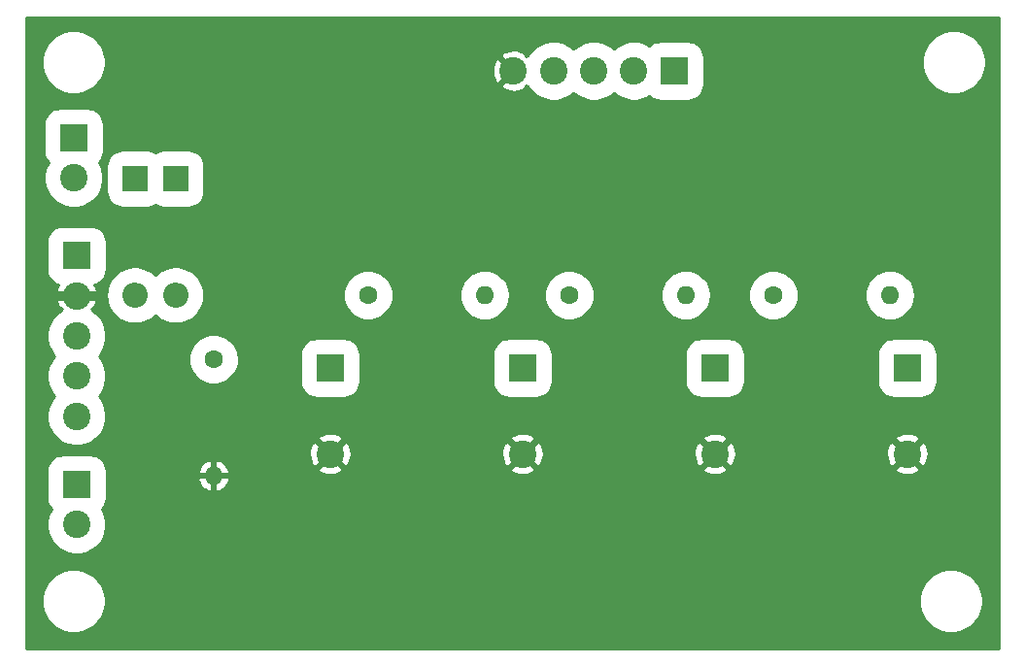
<source format=gbr>
G04 #@! TF.GenerationSoftware,KiCad,Pcbnew,(5.1.2)-1*
G04 #@! TF.CreationDate,2019-05-07T21:33:30-04:00*
G04 #@! TF.ProjectId,power_board,706f7765-725f-4626-9f61-72642e6b6963,rev?*
G04 #@! TF.SameCoordinates,Original*
G04 #@! TF.FileFunction,Copper,L2,Bot*
G04 #@! TF.FilePolarity,Positive*
%FSLAX46Y46*%
G04 Gerber Fmt 4.6, Leading zero omitted, Abs format (unit mm)*
G04 Created by KiCad (PCBNEW (5.1.2)-1) date 2019-05-07 21:33:30*
%MOMM*%
%LPD*%
G04 APERTURE LIST*
%ADD10O,1.600000X1.600000*%
%ADD11C,1.600000*%
%ADD12R,2.400000X2.400000*%
%ADD13C,2.400000*%
%ADD14O,2.200000X2.200000*%
%ADD15R,2.200000X2.200000*%
%ADD16C,0.812800*%
%ADD17C,0.254000*%
G04 APERTURE END LIST*
D10*
X112268000Y-103124000D03*
D11*
X112268000Y-92964000D03*
D10*
X171196000Y-87376000D03*
D11*
X161036000Y-87376000D03*
D10*
X153416000Y-87376000D03*
D11*
X143256000Y-87376000D03*
D10*
X135890000Y-87376000D03*
D11*
X125730000Y-87376000D03*
D12*
X100330000Y-103886000D03*
D13*
X100330000Y-107386000D03*
X138400000Y-67818000D03*
X141900000Y-67818000D03*
X145400000Y-67818000D03*
D12*
X152400000Y-67818000D03*
D13*
X148900000Y-67818000D03*
X100330000Y-97932000D03*
X100330000Y-94432000D03*
X100330000Y-90932000D03*
D12*
X100330000Y-83932000D03*
D13*
X100330000Y-87432000D03*
D12*
X100076000Y-73660000D03*
D13*
X100076000Y-77160000D03*
D14*
X108966000Y-87376000D03*
D15*
X108966000Y-77216000D03*
D14*
X105410000Y-87376000D03*
D15*
X105410000Y-77216000D03*
D13*
X172720000Y-101226000D03*
D12*
X172720000Y-93726000D03*
D13*
X155956000Y-101226000D03*
D12*
X155956000Y-93726000D03*
D13*
X139192000Y-101226000D03*
D12*
X139192000Y-93726000D03*
D13*
X122428000Y-101226000D03*
D12*
X122428000Y-93726000D03*
D16*
X100330000Y-87432000D02*
X97846000Y-87432000D01*
X100330000Y-87432000D02*
X102306000Y-87432000D01*
D17*
G36*
X180696001Y-105631572D02*
G01*
X180696000Y-105631582D01*
X180696001Y-118212000D01*
X95910000Y-118212000D01*
X95910000Y-113771701D01*
X97291000Y-113771701D01*
X97291000Y-114320299D01*
X97398026Y-114858354D01*
X97607965Y-115365192D01*
X97912750Y-115821334D01*
X98300666Y-116209250D01*
X98756808Y-116514035D01*
X99263646Y-116723974D01*
X99801701Y-116831000D01*
X100350299Y-116831000D01*
X100888354Y-116723974D01*
X101395192Y-116514035D01*
X101851334Y-116209250D01*
X102239250Y-115821334D01*
X102544035Y-115365192D01*
X102753974Y-114858354D01*
X102861000Y-114320299D01*
X102861000Y-113771701D01*
X173745000Y-113771701D01*
X173745000Y-114320299D01*
X173852026Y-114858354D01*
X174061965Y-115365192D01*
X174366750Y-115821334D01*
X174754666Y-116209250D01*
X175210808Y-116514035D01*
X175717646Y-116723974D01*
X176255701Y-116831000D01*
X176804299Y-116831000D01*
X177342354Y-116723974D01*
X177849192Y-116514035D01*
X178305334Y-116209250D01*
X178693250Y-115821334D01*
X178998035Y-115365192D01*
X179207974Y-114858354D01*
X179315000Y-114320299D01*
X179315000Y-113771701D01*
X179207974Y-113233646D01*
X178998035Y-112726808D01*
X178693250Y-112270666D01*
X178305334Y-111882750D01*
X177849192Y-111577965D01*
X177342354Y-111368026D01*
X176804299Y-111261000D01*
X176255701Y-111261000D01*
X175717646Y-111368026D01*
X175210808Y-111577965D01*
X174754666Y-111882750D01*
X174366750Y-112270666D01*
X174061965Y-112726808D01*
X173852026Y-113233646D01*
X173745000Y-113771701D01*
X102861000Y-113771701D01*
X102753974Y-113233646D01*
X102544035Y-112726808D01*
X102239250Y-112270666D01*
X101851334Y-111882750D01*
X101395192Y-111577965D01*
X100888354Y-111368026D01*
X100350299Y-111261000D01*
X99801701Y-111261000D01*
X99263646Y-111368026D01*
X98756808Y-111577965D01*
X98300666Y-111882750D01*
X97912750Y-112270666D01*
X97607965Y-112726808D01*
X97398026Y-113233646D01*
X97291000Y-113771701D01*
X95910000Y-113771701D01*
X95910000Y-102686000D01*
X97726241Y-102686000D01*
X97726241Y-105086000D01*
X97753214Y-105359860D01*
X97833096Y-105623195D01*
X97962817Y-105865887D01*
X98105859Y-106040185D01*
X98028568Y-106155859D01*
X97832801Y-106628483D01*
X97733000Y-107130218D01*
X97733000Y-107641782D01*
X97832801Y-108143517D01*
X98028568Y-108616141D01*
X98312778Y-109041491D01*
X98674509Y-109403222D01*
X99099859Y-109687432D01*
X99572483Y-109883199D01*
X100074218Y-109983000D01*
X100585782Y-109983000D01*
X101087517Y-109883199D01*
X101560141Y-109687432D01*
X101985491Y-109403222D01*
X102347222Y-109041491D01*
X102631432Y-108616141D01*
X102827199Y-108143517D01*
X102927000Y-107641782D01*
X102927000Y-107130218D01*
X102827199Y-106628483D01*
X102631432Y-106155859D01*
X102554141Y-106040185D01*
X102697183Y-105865887D01*
X102826904Y-105623195D01*
X102906786Y-105359860D01*
X102933759Y-105086000D01*
X102933759Y-103473040D01*
X110876091Y-103473040D01*
X110970930Y-103737881D01*
X111115615Y-103979131D01*
X111304586Y-104187519D01*
X111530580Y-104355037D01*
X111784913Y-104475246D01*
X111918961Y-104515904D01*
X112141000Y-104393915D01*
X112141000Y-103251000D01*
X112395000Y-103251000D01*
X112395000Y-104393915D01*
X112617039Y-104515904D01*
X112751087Y-104475246D01*
X113005420Y-104355037D01*
X113231414Y-104187519D01*
X113420385Y-103979131D01*
X113565070Y-103737881D01*
X113659909Y-103473040D01*
X113538624Y-103251000D01*
X112395000Y-103251000D01*
X112141000Y-103251000D01*
X110997376Y-103251000D01*
X110876091Y-103473040D01*
X102933759Y-103473040D01*
X102933759Y-102774960D01*
X110876091Y-102774960D01*
X110997376Y-102997000D01*
X112141000Y-102997000D01*
X112141000Y-101854085D01*
X112395000Y-101854085D01*
X112395000Y-102997000D01*
X113538624Y-102997000D01*
X113659909Y-102774960D01*
X113565070Y-102510119D01*
X113561389Y-102503980D01*
X121329626Y-102503980D01*
X121449514Y-102788836D01*
X121773210Y-102949699D01*
X122122069Y-103044322D01*
X122482684Y-103069067D01*
X122841198Y-103022985D01*
X123183833Y-102907846D01*
X123406486Y-102788836D01*
X123526374Y-102503980D01*
X138093626Y-102503980D01*
X138213514Y-102788836D01*
X138537210Y-102949699D01*
X138886069Y-103044322D01*
X139246684Y-103069067D01*
X139605198Y-103022985D01*
X139947833Y-102907846D01*
X140170486Y-102788836D01*
X140290374Y-102503980D01*
X154857626Y-102503980D01*
X154977514Y-102788836D01*
X155301210Y-102949699D01*
X155650069Y-103044322D01*
X156010684Y-103069067D01*
X156369198Y-103022985D01*
X156711833Y-102907846D01*
X156934486Y-102788836D01*
X157054374Y-102503980D01*
X171621626Y-102503980D01*
X171741514Y-102788836D01*
X172065210Y-102949699D01*
X172414069Y-103044322D01*
X172774684Y-103069067D01*
X173133198Y-103022985D01*
X173475833Y-102907846D01*
X173698486Y-102788836D01*
X173818374Y-102503980D01*
X172720000Y-101405605D01*
X171621626Y-102503980D01*
X157054374Y-102503980D01*
X155956000Y-101405605D01*
X154857626Y-102503980D01*
X140290374Y-102503980D01*
X139192000Y-101405605D01*
X138093626Y-102503980D01*
X123526374Y-102503980D01*
X122428000Y-101405605D01*
X121329626Y-102503980D01*
X113561389Y-102503980D01*
X113420385Y-102268869D01*
X113231414Y-102060481D01*
X113005420Y-101892963D01*
X112751087Y-101772754D01*
X112617039Y-101732096D01*
X112395000Y-101854085D01*
X112141000Y-101854085D01*
X111918961Y-101732096D01*
X111784913Y-101772754D01*
X111530580Y-101892963D01*
X111304586Y-102060481D01*
X111115615Y-102268869D01*
X110970930Y-102510119D01*
X110876091Y-102774960D01*
X102933759Y-102774960D01*
X102933759Y-102686000D01*
X102906786Y-102412140D01*
X102826904Y-102148805D01*
X102697183Y-101906113D01*
X102522608Y-101693392D01*
X102309887Y-101518817D01*
X102067195Y-101389096D01*
X101803860Y-101309214D01*
X101530000Y-101282241D01*
X99130000Y-101282241D01*
X98856140Y-101309214D01*
X98592805Y-101389096D01*
X98350113Y-101518817D01*
X98137392Y-101693392D01*
X97962817Y-101906113D01*
X97833096Y-102148805D01*
X97753214Y-102412140D01*
X97726241Y-102686000D01*
X95910000Y-102686000D01*
X95910000Y-101280684D01*
X120584933Y-101280684D01*
X120631015Y-101639198D01*
X120746154Y-101981833D01*
X120865164Y-102204486D01*
X121150020Y-102324374D01*
X122248395Y-101226000D01*
X122607605Y-101226000D01*
X123705980Y-102324374D01*
X123990836Y-102204486D01*
X124151699Y-101880790D01*
X124246322Y-101531931D01*
X124263562Y-101280684D01*
X137348933Y-101280684D01*
X137395015Y-101639198D01*
X137510154Y-101981833D01*
X137629164Y-102204486D01*
X137914020Y-102324374D01*
X139012395Y-101226000D01*
X139371605Y-101226000D01*
X140469980Y-102324374D01*
X140754836Y-102204486D01*
X140915699Y-101880790D01*
X141010322Y-101531931D01*
X141027562Y-101280684D01*
X154112933Y-101280684D01*
X154159015Y-101639198D01*
X154274154Y-101981833D01*
X154393164Y-102204486D01*
X154678020Y-102324374D01*
X155776395Y-101226000D01*
X156135605Y-101226000D01*
X157233980Y-102324374D01*
X157518836Y-102204486D01*
X157679699Y-101880790D01*
X157774322Y-101531931D01*
X157791562Y-101280684D01*
X170876933Y-101280684D01*
X170923015Y-101639198D01*
X171038154Y-101981833D01*
X171157164Y-102204486D01*
X171442020Y-102324374D01*
X172540395Y-101226000D01*
X172899605Y-101226000D01*
X173997980Y-102324374D01*
X174282836Y-102204486D01*
X174443699Y-101880790D01*
X174538322Y-101531931D01*
X174563067Y-101171316D01*
X174516985Y-100812802D01*
X174401846Y-100470167D01*
X174282836Y-100247514D01*
X173997980Y-100127626D01*
X172899605Y-101226000D01*
X172540395Y-101226000D01*
X171442020Y-100127626D01*
X171157164Y-100247514D01*
X170996301Y-100571210D01*
X170901678Y-100920069D01*
X170876933Y-101280684D01*
X157791562Y-101280684D01*
X157799067Y-101171316D01*
X157752985Y-100812802D01*
X157637846Y-100470167D01*
X157518836Y-100247514D01*
X157233980Y-100127626D01*
X156135605Y-101226000D01*
X155776395Y-101226000D01*
X154678020Y-100127626D01*
X154393164Y-100247514D01*
X154232301Y-100571210D01*
X154137678Y-100920069D01*
X154112933Y-101280684D01*
X141027562Y-101280684D01*
X141035067Y-101171316D01*
X140988985Y-100812802D01*
X140873846Y-100470167D01*
X140754836Y-100247514D01*
X140469980Y-100127626D01*
X139371605Y-101226000D01*
X139012395Y-101226000D01*
X137914020Y-100127626D01*
X137629164Y-100247514D01*
X137468301Y-100571210D01*
X137373678Y-100920069D01*
X137348933Y-101280684D01*
X124263562Y-101280684D01*
X124271067Y-101171316D01*
X124224985Y-100812802D01*
X124109846Y-100470167D01*
X123990836Y-100247514D01*
X123705980Y-100127626D01*
X122607605Y-101226000D01*
X122248395Y-101226000D01*
X121150020Y-100127626D01*
X120865164Y-100247514D01*
X120704301Y-100571210D01*
X120609678Y-100920069D01*
X120584933Y-101280684D01*
X95910000Y-101280684D01*
X95910000Y-82732000D01*
X97726241Y-82732000D01*
X97726241Y-85132000D01*
X97753214Y-85405860D01*
X97833096Y-85669195D01*
X97962817Y-85911887D01*
X98137392Y-86124608D01*
X98350113Y-86299183D01*
X98592805Y-86428904D01*
X98754951Y-86478090D01*
X98606301Y-86777210D01*
X98511678Y-87126069D01*
X98486933Y-87486684D01*
X98533015Y-87845198D01*
X98648154Y-88187833D01*
X98767164Y-88410486D01*
X99052019Y-88530373D01*
X98936812Y-88645580D01*
X98993120Y-88701888D01*
X98674509Y-88914778D01*
X98312778Y-89276509D01*
X98028568Y-89701859D01*
X97832801Y-90174483D01*
X97733000Y-90676218D01*
X97733000Y-91187782D01*
X97832801Y-91689517D01*
X98028568Y-92162141D01*
X98312778Y-92587491D01*
X98407287Y-92682000D01*
X98312778Y-92776509D01*
X98028568Y-93201859D01*
X97832801Y-93674483D01*
X97733000Y-94176218D01*
X97733000Y-94687782D01*
X97832801Y-95189517D01*
X98028568Y-95662141D01*
X98312778Y-96087491D01*
X98407287Y-96182000D01*
X98312778Y-96276509D01*
X98028568Y-96701859D01*
X97832801Y-97174483D01*
X97733000Y-97676218D01*
X97733000Y-98187782D01*
X97832801Y-98689517D01*
X98028568Y-99162141D01*
X98312778Y-99587491D01*
X98674509Y-99949222D01*
X99099859Y-100233432D01*
X99572483Y-100429199D01*
X100074218Y-100529000D01*
X100585782Y-100529000D01*
X101087517Y-100429199D01*
X101560141Y-100233432D01*
X101985491Y-99949222D01*
X101986693Y-99948020D01*
X121329626Y-99948020D01*
X122428000Y-101046395D01*
X123526374Y-99948020D01*
X138093626Y-99948020D01*
X139192000Y-101046395D01*
X140290374Y-99948020D01*
X154857626Y-99948020D01*
X155956000Y-101046395D01*
X157054374Y-99948020D01*
X171621626Y-99948020D01*
X172720000Y-101046395D01*
X173818374Y-99948020D01*
X173698486Y-99663164D01*
X173374790Y-99502301D01*
X173025931Y-99407678D01*
X172665316Y-99382933D01*
X172306802Y-99429015D01*
X171964167Y-99544154D01*
X171741514Y-99663164D01*
X171621626Y-99948020D01*
X157054374Y-99948020D01*
X156934486Y-99663164D01*
X156610790Y-99502301D01*
X156261931Y-99407678D01*
X155901316Y-99382933D01*
X155542802Y-99429015D01*
X155200167Y-99544154D01*
X154977514Y-99663164D01*
X154857626Y-99948020D01*
X140290374Y-99948020D01*
X140170486Y-99663164D01*
X139846790Y-99502301D01*
X139497931Y-99407678D01*
X139137316Y-99382933D01*
X138778802Y-99429015D01*
X138436167Y-99544154D01*
X138213514Y-99663164D01*
X138093626Y-99948020D01*
X123526374Y-99948020D01*
X123406486Y-99663164D01*
X123082790Y-99502301D01*
X122733931Y-99407678D01*
X122373316Y-99382933D01*
X122014802Y-99429015D01*
X121672167Y-99544154D01*
X121449514Y-99663164D01*
X121329626Y-99948020D01*
X101986693Y-99948020D01*
X102347222Y-99587491D01*
X102631432Y-99162141D01*
X102827199Y-98689517D01*
X102927000Y-98187782D01*
X102927000Y-97676218D01*
X102827199Y-97174483D01*
X102631432Y-96701859D01*
X102347222Y-96276509D01*
X102252713Y-96182000D01*
X102347222Y-96087491D01*
X102631432Y-95662141D01*
X102827199Y-95189517D01*
X102927000Y-94687782D01*
X102927000Y-94176218D01*
X102827199Y-93674483D01*
X102631432Y-93201859D01*
X102347222Y-92776509D01*
X102318327Y-92747614D01*
X110071000Y-92747614D01*
X110071000Y-93180386D01*
X110155430Y-93604841D01*
X110321044Y-94004670D01*
X110561479Y-94364506D01*
X110867494Y-94670521D01*
X111227330Y-94910956D01*
X111627159Y-95076570D01*
X112051614Y-95161000D01*
X112484386Y-95161000D01*
X112908841Y-95076570D01*
X113308670Y-94910956D01*
X113668506Y-94670521D01*
X113974521Y-94364506D01*
X114214956Y-94004670D01*
X114380570Y-93604841D01*
X114465000Y-93180386D01*
X114465000Y-92747614D01*
X114420918Y-92526000D01*
X119824241Y-92526000D01*
X119824241Y-94926000D01*
X119851214Y-95199860D01*
X119931096Y-95463195D01*
X120060817Y-95705887D01*
X120235392Y-95918608D01*
X120448113Y-96093183D01*
X120690805Y-96222904D01*
X120954140Y-96302786D01*
X121228000Y-96329759D01*
X123628000Y-96329759D01*
X123901860Y-96302786D01*
X124165195Y-96222904D01*
X124407887Y-96093183D01*
X124620608Y-95918608D01*
X124795183Y-95705887D01*
X124924904Y-95463195D01*
X125004786Y-95199860D01*
X125031759Y-94926000D01*
X125031759Y-92526000D01*
X136588241Y-92526000D01*
X136588241Y-94926000D01*
X136615214Y-95199860D01*
X136695096Y-95463195D01*
X136824817Y-95705887D01*
X136999392Y-95918608D01*
X137212113Y-96093183D01*
X137454805Y-96222904D01*
X137718140Y-96302786D01*
X137992000Y-96329759D01*
X140392000Y-96329759D01*
X140665860Y-96302786D01*
X140929195Y-96222904D01*
X141171887Y-96093183D01*
X141384608Y-95918608D01*
X141559183Y-95705887D01*
X141688904Y-95463195D01*
X141768786Y-95199860D01*
X141795759Y-94926000D01*
X141795759Y-92526000D01*
X153352241Y-92526000D01*
X153352241Y-94926000D01*
X153379214Y-95199860D01*
X153459096Y-95463195D01*
X153588817Y-95705887D01*
X153763392Y-95918608D01*
X153976113Y-96093183D01*
X154218805Y-96222904D01*
X154482140Y-96302786D01*
X154756000Y-96329759D01*
X157156000Y-96329759D01*
X157429860Y-96302786D01*
X157693195Y-96222904D01*
X157935887Y-96093183D01*
X158148608Y-95918608D01*
X158323183Y-95705887D01*
X158452904Y-95463195D01*
X158532786Y-95199860D01*
X158559759Y-94926000D01*
X158559759Y-92526000D01*
X170116241Y-92526000D01*
X170116241Y-94926000D01*
X170143214Y-95199860D01*
X170223096Y-95463195D01*
X170352817Y-95705887D01*
X170527392Y-95918608D01*
X170740113Y-96093183D01*
X170982805Y-96222904D01*
X171246140Y-96302786D01*
X171520000Y-96329759D01*
X173920000Y-96329759D01*
X174193860Y-96302786D01*
X174457195Y-96222904D01*
X174699887Y-96093183D01*
X174912608Y-95918608D01*
X175087183Y-95705887D01*
X175216904Y-95463195D01*
X175296786Y-95199860D01*
X175323759Y-94926000D01*
X175323759Y-92526000D01*
X175296786Y-92252140D01*
X175216904Y-91988805D01*
X175087183Y-91746113D01*
X174912608Y-91533392D01*
X174699887Y-91358817D01*
X174457195Y-91229096D01*
X174193860Y-91149214D01*
X173920000Y-91122241D01*
X171520000Y-91122241D01*
X171246140Y-91149214D01*
X170982805Y-91229096D01*
X170740113Y-91358817D01*
X170527392Y-91533392D01*
X170352817Y-91746113D01*
X170223096Y-91988805D01*
X170143214Y-92252140D01*
X170116241Y-92526000D01*
X158559759Y-92526000D01*
X158532786Y-92252140D01*
X158452904Y-91988805D01*
X158323183Y-91746113D01*
X158148608Y-91533392D01*
X157935887Y-91358817D01*
X157693195Y-91229096D01*
X157429860Y-91149214D01*
X157156000Y-91122241D01*
X154756000Y-91122241D01*
X154482140Y-91149214D01*
X154218805Y-91229096D01*
X153976113Y-91358817D01*
X153763392Y-91533392D01*
X153588817Y-91746113D01*
X153459096Y-91988805D01*
X153379214Y-92252140D01*
X153352241Y-92526000D01*
X141795759Y-92526000D01*
X141768786Y-92252140D01*
X141688904Y-91988805D01*
X141559183Y-91746113D01*
X141384608Y-91533392D01*
X141171887Y-91358817D01*
X140929195Y-91229096D01*
X140665860Y-91149214D01*
X140392000Y-91122241D01*
X137992000Y-91122241D01*
X137718140Y-91149214D01*
X137454805Y-91229096D01*
X137212113Y-91358817D01*
X136999392Y-91533392D01*
X136824817Y-91746113D01*
X136695096Y-91988805D01*
X136615214Y-92252140D01*
X136588241Y-92526000D01*
X125031759Y-92526000D01*
X125004786Y-92252140D01*
X124924904Y-91988805D01*
X124795183Y-91746113D01*
X124620608Y-91533392D01*
X124407887Y-91358817D01*
X124165195Y-91229096D01*
X123901860Y-91149214D01*
X123628000Y-91122241D01*
X121228000Y-91122241D01*
X120954140Y-91149214D01*
X120690805Y-91229096D01*
X120448113Y-91358817D01*
X120235392Y-91533392D01*
X120060817Y-91746113D01*
X119931096Y-91988805D01*
X119851214Y-92252140D01*
X119824241Y-92526000D01*
X114420918Y-92526000D01*
X114380570Y-92323159D01*
X114214956Y-91923330D01*
X113974521Y-91563494D01*
X113668506Y-91257479D01*
X113308670Y-91017044D01*
X112908841Y-90851430D01*
X112484386Y-90767000D01*
X112051614Y-90767000D01*
X111627159Y-90851430D01*
X111227330Y-91017044D01*
X110867494Y-91257479D01*
X110561479Y-91563494D01*
X110321044Y-91923330D01*
X110155430Y-92323159D01*
X110071000Y-92747614D01*
X102318327Y-92747614D01*
X102252713Y-92682000D01*
X102347222Y-92587491D01*
X102631432Y-92162141D01*
X102827199Y-91689517D01*
X102927000Y-91187782D01*
X102927000Y-90676218D01*
X102827199Y-90174483D01*
X102631432Y-89701859D01*
X102347222Y-89276509D01*
X101985491Y-88914778D01*
X101666880Y-88701888D01*
X101723188Y-88645580D01*
X101607981Y-88530373D01*
X101892836Y-88410486D01*
X102053699Y-88086790D01*
X102148322Y-87737931D01*
X102173067Y-87377316D01*
X102172898Y-87376000D01*
X102900919Y-87376000D01*
X102949130Y-87865497D01*
X103091911Y-88336184D01*
X103323775Y-88769971D01*
X103635812Y-89150188D01*
X104016029Y-89462225D01*
X104449816Y-89694089D01*
X104920503Y-89836870D01*
X105287339Y-89873000D01*
X105532661Y-89873000D01*
X105899497Y-89836870D01*
X106370184Y-89694089D01*
X106803971Y-89462225D01*
X107184188Y-89150188D01*
X107188000Y-89145543D01*
X107191812Y-89150188D01*
X107572029Y-89462225D01*
X108005816Y-89694089D01*
X108476503Y-89836870D01*
X108843339Y-89873000D01*
X109088661Y-89873000D01*
X109455497Y-89836870D01*
X109926184Y-89694089D01*
X110359971Y-89462225D01*
X110740188Y-89150188D01*
X111052225Y-88769971D01*
X111284089Y-88336184D01*
X111426870Y-87865497D01*
X111475081Y-87376000D01*
X111453769Y-87159614D01*
X123533000Y-87159614D01*
X123533000Y-87592386D01*
X123617430Y-88016841D01*
X123783044Y-88416670D01*
X124023479Y-88776506D01*
X124329494Y-89082521D01*
X124689330Y-89322956D01*
X125089159Y-89488570D01*
X125513614Y-89573000D01*
X125946386Y-89573000D01*
X126370841Y-89488570D01*
X126770670Y-89322956D01*
X127130506Y-89082521D01*
X127436521Y-88776506D01*
X127676956Y-88416670D01*
X127842570Y-88016841D01*
X127927000Y-87592386D01*
X127927000Y-87376000D01*
X133682370Y-87376000D01*
X133724789Y-87806687D01*
X133850416Y-88220823D01*
X134054423Y-88602494D01*
X134328970Y-88937030D01*
X134663506Y-89211577D01*
X135045177Y-89415584D01*
X135459313Y-89541211D01*
X135782072Y-89573000D01*
X135997928Y-89573000D01*
X136320687Y-89541211D01*
X136734823Y-89415584D01*
X137116494Y-89211577D01*
X137451030Y-88937030D01*
X137725577Y-88602494D01*
X137929584Y-88220823D01*
X138055211Y-87806687D01*
X138097630Y-87376000D01*
X138076318Y-87159614D01*
X141059000Y-87159614D01*
X141059000Y-87592386D01*
X141143430Y-88016841D01*
X141309044Y-88416670D01*
X141549479Y-88776506D01*
X141855494Y-89082521D01*
X142215330Y-89322956D01*
X142615159Y-89488570D01*
X143039614Y-89573000D01*
X143472386Y-89573000D01*
X143896841Y-89488570D01*
X144296670Y-89322956D01*
X144656506Y-89082521D01*
X144962521Y-88776506D01*
X145202956Y-88416670D01*
X145368570Y-88016841D01*
X145453000Y-87592386D01*
X145453000Y-87376000D01*
X151208370Y-87376000D01*
X151250789Y-87806687D01*
X151376416Y-88220823D01*
X151580423Y-88602494D01*
X151854970Y-88937030D01*
X152189506Y-89211577D01*
X152571177Y-89415584D01*
X152985313Y-89541211D01*
X153308072Y-89573000D01*
X153523928Y-89573000D01*
X153846687Y-89541211D01*
X154260823Y-89415584D01*
X154642494Y-89211577D01*
X154977030Y-88937030D01*
X155251577Y-88602494D01*
X155455584Y-88220823D01*
X155581211Y-87806687D01*
X155623630Y-87376000D01*
X155602318Y-87159614D01*
X158839000Y-87159614D01*
X158839000Y-87592386D01*
X158923430Y-88016841D01*
X159089044Y-88416670D01*
X159329479Y-88776506D01*
X159635494Y-89082521D01*
X159995330Y-89322956D01*
X160395159Y-89488570D01*
X160819614Y-89573000D01*
X161252386Y-89573000D01*
X161676841Y-89488570D01*
X162076670Y-89322956D01*
X162436506Y-89082521D01*
X162742521Y-88776506D01*
X162982956Y-88416670D01*
X163148570Y-88016841D01*
X163233000Y-87592386D01*
X163233000Y-87376000D01*
X168988370Y-87376000D01*
X169030789Y-87806687D01*
X169156416Y-88220823D01*
X169360423Y-88602494D01*
X169634970Y-88937030D01*
X169969506Y-89211577D01*
X170351177Y-89415584D01*
X170765313Y-89541211D01*
X171088072Y-89573000D01*
X171303928Y-89573000D01*
X171626687Y-89541211D01*
X172040823Y-89415584D01*
X172422494Y-89211577D01*
X172757030Y-88937030D01*
X173031577Y-88602494D01*
X173235584Y-88220823D01*
X173361211Y-87806687D01*
X173403630Y-87376000D01*
X173361211Y-86945313D01*
X173235584Y-86531177D01*
X173031577Y-86149506D01*
X172757030Y-85814970D01*
X172422494Y-85540423D01*
X172040823Y-85336416D01*
X171626687Y-85210789D01*
X171303928Y-85179000D01*
X171088072Y-85179000D01*
X170765313Y-85210789D01*
X170351177Y-85336416D01*
X169969506Y-85540423D01*
X169634970Y-85814970D01*
X169360423Y-86149506D01*
X169156416Y-86531177D01*
X169030789Y-86945313D01*
X168988370Y-87376000D01*
X163233000Y-87376000D01*
X163233000Y-87159614D01*
X163148570Y-86735159D01*
X162982956Y-86335330D01*
X162742521Y-85975494D01*
X162436506Y-85669479D01*
X162076670Y-85429044D01*
X161676841Y-85263430D01*
X161252386Y-85179000D01*
X160819614Y-85179000D01*
X160395159Y-85263430D01*
X159995330Y-85429044D01*
X159635494Y-85669479D01*
X159329479Y-85975494D01*
X159089044Y-86335330D01*
X158923430Y-86735159D01*
X158839000Y-87159614D01*
X155602318Y-87159614D01*
X155581211Y-86945313D01*
X155455584Y-86531177D01*
X155251577Y-86149506D01*
X154977030Y-85814970D01*
X154642494Y-85540423D01*
X154260823Y-85336416D01*
X153846687Y-85210789D01*
X153523928Y-85179000D01*
X153308072Y-85179000D01*
X152985313Y-85210789D01*
X152571177Y-85336416D01*
X152189506Y-85540423D01*
X151854970Y-85814970D01*
X151580423Y-86149506D01*
X151376416Y-86531177D01*
X151250789Y-86945313D01*
X151208370Y-87376000D01*
X145453000Y-87376000D01*
X145453000Y-87159614D01*
X145368570Y-86735159D01*
X145202956Y-86335330D01*
X144962521Y-85975494D01*
X144656506Y-85669479D01*
X144296670Y-85429044D01*
X143896841Y-85263430D01*
X143472386Y-85179000D01*
X143039614Y-85179000D01*
X142615159Y-85263430D01*
X142215330Y-85429044D01*
X141855494Y-85669479D01*
X141549479Y-85975494D01*
X141309044Y-86335330D01*
X141143430Y-86735159D01*
X141059000Y-87159614D01*
X138076318Y-87159614D01*
X138055211Y-86945313D01*
X137929584Y-86531177D01*
X137725577Y-86149506D01*
X137451030Y-85814970D01*
X137116494Y-85540423D01*
X136734823Y-85336416D01*
X136320687Y-85210789D01*
X135997928Y-85179000D01*
X135782072Y-85179000D01*
X135459313Y-85210789D01*
X135045177Y-85336416D01*
X134663506Y-85540423D01*
X134328970Y-85814970D01*
X134054423Y-86149506D01*
X133850416Y-86531177D01*
X133724789Y-86945313D01*
X133682370Y-87376000D01*
X127927000Y-87376000D01*
X127927000Y-87159614D01*
X127842570Y-86735159D01*
X127676956Y-86335330D01*
X127436521Y-85975494D01*
X127130506Y-85669479D01*
X126770670Y-85429044D01*
X126370841Y-85263430D01*
X125946386Y-85179000D01*
X125513614Y-85179000D01*
X125089159Y-85263430D01*
X124689330Y-85429044D01*
X124329494Y-85669479D01*
X124023479Y-85975494D01*
X123783044Y-86335330D01*
X123617430Y-86735159D01*
X123533000Y-87159614D01*
X111453769Y-87159614D01*
X111426870Y-86886503D01*
X111284089Y-86415816D01*
X111052225Y-85982029D01*
X110740188Y-85601812D01*
X110359971Y-85289775D01*
X109926184Y-85057911D01*
X109455497Y-84915130D01*
X109088661Y-84879000D01*
X108843339Y-84879000D01*
X108476503Y-84915130D01*
X108005816Y-85057911D01*
X107572029Y-85289775D01*
X107191812Y-85601812D01*
X107188000Y-85606457D01*
X107184188Y-85601812D01*
X106803971Y-85289775D01*
X106370184Y-85057911D01*
X105899497Y-84915130D01*
X105532661Y-84879000D01*
X105287339Y-84879000D01*
X104920503Y-84915130D01*
X104449816Y-85057911D01*
X104016029Y-85289775D01*
X103635812Y-85601812D01*
X103323775Y-85982029D01*
X103091911Y-86415816D01*
X102949130Y-86886503D01*
X102900919Y-87376000D01*
X102172898Y-87376000D01*
X102126985Y-87018802D01*
X102011846Y-86676167D01*
X101905844Y-86477850D01*
X102067195Y-86428904D01*
X102309887Y-86299183D01*
X102522608Y-86124608D01*
X102697183Y-85911887D01*
X102826904Y-85669195D01*
X102906786Y-85405860D01*
X102933759Y-85132000D01*
X102933759Y-82732000D01*
X102906786Y-82458140D01*
X102826904Y-82194805D01*
X102697183Y-81952113D01*
X102522608Y-81739392D01*
X102309887Y-81564817D01*
X102067195Y-81435096D01*
X101803860Y-81355214D01*
X101530000Y-81328241D01*
X99130000Y-81328241D01*
X98856140Y-81355214D01*
X98592805Y-81435096D01*
X98350113Y-81564817D01*
X98137392Y-81739392D01*
X97962817Y-81952113D01*
X97833096Y-82194805D01*
X97753214Y-82458140D01*
X97726241Y-82732000D01*
X95910000Y-82732000D01*
X95910000Y-72460000D01*
X97472241Y-72460000D01*
X97472241Y-74860000D01*
X97499214Y-75133860D01*
X97579096Y-75397195D01*
X97708817Y-75639887D01*
X97851859Y-75814185D01*
X97774568Y-75929859D01*
X97578801Y-76402483D01*
X97479000Y-76904218D01*
X97479000Y-77415782D01*
X97578801Y-77917517D01*
X97774568Y-78390141D01*
X98058778Y-78815491D01*
X98420509Y-79177222D01*
X98845859Y-79461432D01*
X99318483Y-79657199D01*
X99820218Y-79757000D01*
X100331782Y-79757000D01*
X100833517Y-79657199D01*
X101306141Y-79461432D01*
X101731491Y-79177222D01*
X102093222Y-78815491D01*
X102377432Y-78390141D01*
X102573199Y-77917517D01*
X102673000Y-77415782D01*
X102673000Y-76904218D01*
X102573199Y-76402483D01*
X102454535Y-76116000D01*
X102906241Y-76116000D01*
X102906241Y-78316000D01*
X102933214Y-78589860D01*
X103013096Y-78853195D01*
X103142817Y-79095887D01*
X103317392Y-79308608D01*
X103530113Y-79483183D01*
X103772805Y-79612904D01*
X104036140Y-79692786D01*
X104310000Y-79719759D01*
X106510000Y-79719759D01*
X106783860Y-79692786D01*
X107047195Y-79612904D01*
X107188000Y-79537642D01*
X107328805Y-79612904D01*
X107592140Y-79692786D01*
X107866000Y-79719759D01*
X110066000Y-79719759D01*
X110339860Y-79692786D01*
X110603195Y-79612904D01*
X110845887Y-79483183D01*
X111058608Y-79308608D01*
X111233183Y-79095887D01*
X111362904Y-78853195D01*
X111442786Y-78589860D01*
X111469759Y-78316000D01*
X111469759Y-76116000D01*
X111442786Y-75842140D01*
X111362904Y-75578805D01*
X111233183Y-75336113D01*
X111058608Y-75123392D01*
X110845887Y-74948817D01*
X110603195Y-74819096D01*
X110339860Y-74739214D01*
X110066000Y-74712241D01*
X107866000Y-74712241D01*
X107592140Y-74739214D01*
X107328805Y-74819096D01*
X107188000Y-74894358D01*
X107047195Y-74819096D01*
X106783860Y-74739214D01*
X106510000Y-74712241D01*
X104310000Y-74712241D01*
X104036140Y-74739214D01*
X103772805Y-74819096D01*
X103530113Y-74948817D01*
X103317392Y-75123392D01*
X103142817Y-75336113D01*
X103013096Y-75578805D01*
X102933214Y-75842140D01*
X102906241Y-76116000D01*
X102454535Y-76116000D01*
X102377432Y-75929859D01*
X102300141Y-75814185D01*
X102443183Y-75639887D01*
X102572904Y-75397195D01*
X102652786Y-75133860D01*
X102679759Y-74860000D01*
X102679759Y-72460000D01*
X102652786Y-72186140D01*
X102572904Y-71922805D01*
X102443183Y-71680113D01*
X102268608Y-71467392D01*
X102055887Y-71292817D01*
X101813195Y-71163096D01*
X101549860Y-71083214D01*
X101276000Y-71056241D01*
X98876000Y-71056241D01*
X98602140Y-71083214D01*
X98338805Y-71163096D01*
X98096113Y-71292817D01*
X97883392Y-71467392D01*
X97708817Y-71680113D01*
X97579096Y-71922805D01*
X97499214Y-72186140D01*
X97472241Y-72460000D01*
X95910000Y-72460000D01*
X95910000Y-66781701D01*
X97291000Y-66781701D01*
X97291000Y-67330299D01*
X97398026Y-67868354D01*
X97607965Y-68375192D01*
X97912750Y-68831334D01*
X98300666Y-69219250D01*
X98756808Y-69524035D01*
X99263646Y-69733974D01*
X99801701Y-69841000D01*
X100350299Y-69841000D01*
X100888354Y-69733974D01*
X101395192Y-69524035D01*
X101851334Y-69219250D01*
X102239250Y-68831334D01*
X102544035Y-68375192D01*
X102752180Y-67872684D01*
X136556933Y-67872684D01*
X136603015Y-68231198D01*
X136718154Y-68573833D01*
X136837164Y-68796486D01*
X137122020Y-68916374D01*
X138220395Y-67818000D01*
X137122020Y-66719626D01*
X136837164Y-66839514D01*
X136676301Y-67163210D01*
X136581678Y-67512069D01*
X136556933Y-67872684D01*
X102752180Y-67872684D01*
X102753974Y-67868354D01*
X102861000Y-67330299D01*
X102861000Y-66781701D01*
X102812927Y-66540020D01*
X137301626Y-66540020D01*
X138400000Y-67638395D01*
X138414142Y-67624252D01*
X138593748Y-67803858D01*
X138579605Y-67818000D01*
X138593748Y-67832143D01*
X138414142Y-68011748D01*
X138400000Y-67997605D01*
X137301626Y-69095980D01*
X137421514Y-69380836D01*
X137745210Y-69541699D01*
X138094069Y-69636322D01*
X138454684Y-69661067D01*
X138813198Y-69614985D01*
X139155833Y-69499846D01*
X139378486Y-69380836D01*
X139498373Y-69095981D01*
X139613580Y-69211188D01*
X139669888Y-69154880D01*
X139882778Y-69473491D01*
X140244509Y-69835222D01*
X140669859Y-70119432D01*
X141142483Y-70315199D01*
X141644218Y-70415000D01*
X142155782Y-70415000D01*
X142657517Y-70315199D01*
X143130141Y-70119432D01*
X143555491Y-69835222D01*
X143650000Y-69740713D01*
X143744509Y-69835222D01*
X144169859Y-70119432D01*
X144642483Y-70315199D01*
X145144218Y-70415000D01*
X145655782Y-70415000D01*
X146157517Y-70315199D01*
X146630141Y-70119432D01*
X147055491Y-69835222D01*
X147150000Y-69740713D01*
X147244509Y-69835222D01*
X147669859Y-70119432D01*
X148142483Y-70315199D01*
X148644218Y-70415000D01*
X149155782Y-70415000D01*
X149657517Y-70315199D01*
X150130141Y-70119432D01*
X150245815Y-70042141D01*
X150420113Y-70185183D01*
X150662805Y-70314904D01*
X150926140Y-70394786D01*
X151200000Y-70421759D01*
X153600000Y-70421759D01*
X153873860Y-70394786D01*
X154137195Y-70314904D01*
X154379887Y-70185183D01*
X154592608Y-70010608D01*
X154767183Y-69797887D01*
X154896904Y-69555195D01*
X154976786Y-69291860D01*
X155003759Y-69018000D01*
X155003759Y-66781701D01*
X173999000Y-66781701D01*
X173999000Y-67330299D01*
X174106026Y-67868354D01*
X174315965Y-68375192D01*
X174620750Y-68831334D01*
X175008666Y-69219250D01*
X175464808Y-69524035D01*
X175971646Y-69733974D01*
X176509701Y-69841000D01*
X177058299Y-69841000D01*
X177596354Y-69733974D01*
X178103192Y-69524035D01*
X178559334Y-69219250D01*
X178947250Y-68831334D01*
X179252035Y-68375192D01*
X179461974Y-67868354D01*
X179569000Y-67330299D01*
X179569000Y-66781701D01*
X179461974Y-66243646D01*
X179252035Y-65736808D01*
X178947250Y-65280666D01*
X178559334Y-64892750D01*
X178103192Y-64587965D01*
X177596354Y-64378026D01*
X177058299Y-64271000D01*
X176509701Y-64271000D01*
X175971646Y-64378026D01*
X175464808Y-64587965D01*
X175008666Y-64892750D01*
X174620750Y-65280666D01*
X174315965Y-65736808D01*
X174106026Y-66243646D01*
X173999000Y-66781701D01*
X155003759Y-66781701D01*
X155003759Y-66618000D01*
X154976786Y-66344140D01*
X154896904Y-66080805D01*
X154767183Y-65838113D01*
X154592608Y-65625392D01*
X154379887Y-65450817D01*
X154137195Y-65321096D01*
X153873860Y-65241214D01*
X153600000Y-65214241D01*
X151200000Y-65214241D01*
X150926140Y-65241214D01*
X150662805Y-65321096D01*
X150420113Y-65450817D01*
X150245815Y-65593859D01*
X150130141Y-65516568D01*
X149657517Y-65320801D01*
X149155782Y-65221000D01*
X148644218Y-65221000D01*
X148142483Y-65320801D01*
X147669859Y-65516568D01*
X147244509Y-65800778D01*
X147150000Y-65895287D01*
X147055491Y-65800778D01*
X146630141Y-65516568D01*
X146157517Y-65320801D01*
X145655782Y-65221000D01*
X145144218Y-65221000D01*
X144642483Y-65320801D01*
X144169859Y-65516568D01*
X143744509Y-65800778D01*
X143650000Y-65895287D01*
X143555491Y-65800778D01*
X143130141Y-65516568D01*
X142657517Y-65320801D01*
X142155782Y-65221000D01*
X141644218Y-65221000D01*
X141142483Y-65320801D01*
X140669859Y-65516568D01*
X140244509Y-65800778D01*
X139882778Y-66162509D01*
X139669888Y-66481120D01*
X139613580Y-66424812D01*
X139498373Y-66540019D01*
X139378486Y-66255164D01*
X139054790Y-66094301D01*
X138705931Y-65999678D01*
X138345316Y-65974933D01*
X137986802Y-66021015D01*
X137644167Y-66136154D01*
X137421514Y-66255164D01*
X137301626Y-66540020D01*
X102812927Y-66540020D01*
X102753974Y-66243646D01*
X102544035Y-65736808D01*
X102239250Y-65280666D01*
X101851334Y-64892750D01*
X101395192Y-64587965D01*
X100888354Y-64378026D01*
X100350299Y-64271000D01*
X99801701Y-64271000D01*
X99263646Y-64378026D01*
X98756808Y-64587965D01*
X98300666Y-64892750D01*
X97912750Y-65280666D01*
X97607965Y-65736808D01*
X97398026Y-66243646D01*
X97291000Y-66781701D01*
X95910000Y-66781701D01*
X95910000Y-63144000D01*
X180696000Y-63144000D01*
X180696001Y-105631572D01*
X180696001Y-105631572D01*
G37*
X180696001Y-105631572D02*
X180696000Y-105631582D01*
X180696001Y-118212000D01*
X95910000Y-118212000D01*
X95910000Y-113771701D01*
X97291000Y-113771701D01*
X97291000Y-114320299D01*
X97398026Y-114858354D01*
X97607965Y-115365192D01*
X97912750Y-115821334D01*
X98300666Y-116209250D01*
X98756808Y-116514035D01*
X99263646Y-116723974D01*
X99801701Y-116831000D01*
X100350299Y-116831000D01*
X100888354Y-116723974D01*
X101395192Y-116514035D01*
X101851334Y-116209250D01*
X102239250Y-115821334D01*
X102544035Y-115365192D01*
X102753974Y-114858354D01*
X102861000Y-114320299D01*
X102861000Y-113771701D01*
X173745000Y-113771701D01*
X173745000Y-114320299D01*
X173852026Y-114858354D01*
X174061965Y-115365192D01*
X174366750Y-115821334D01*
X174754666Y-116209250D01*
X175210808Y-116514035D01*
X175717646Y-116723974D01*
X176255701Y-116831000D01*
X176804299Y-116831000D01*
X177342354Y-116723974D01*
X177849192Y-116514035D01*
X178305334Y-116209250D01*
X178693250Y-115821334D01*
X178998035Y-115365192D01*
X179207974Y-114858354D01*
X179315000Y-114320299D01*
X179315000Y-113771701D01*
X179207974Y-113233646D01*
X178998035Y-112726808D01*
X178693250Y-112270666D01*
X178305334Y-111882750D01*
X177849192Y-111577965D01*
X177342354Y-111368026D01*
X176804299Y-111261000D01*
X176255701Y-111261000D01*
X175717646Y-111368026D01*
X175210808Y-111577965D01*
X174754666Y-111882750D01*
X174366750Y-112270666D01*
X174061965Y-112726808D01*
X173852026Y-113233646D01*
X173745000Y-113771701D01*
X102861000Y-113771701D01*
X102753974Y-113233646D01*
X102544035Y-112726808D01*
X102239250Y-112270666D01*
X101851334Y-111882750D01*
X101395192Y-111577965D01*
X100888354Y-111368026D01*
X100350299Y-111261000D01*
X99801701Y-111261000D01*
X99263646Y-111368026D01*
X98756808Y-111577965D01*
X98300666Y-111882750D01*
X97912750Y-112270666D01*
X97607965Y-112726808D01*
X97398026Y-113233646D01*
X97291000Y-113771701D01*
X95910000Y-113771701D01*
X95910000Y-102686000D01*
X97726241Y-102686000D01*
X97726241Y-105086000D01*
X97753214Y-105359860D01*
X97833096Y-105623195D01*
X97962817Y-105865887D01*
X98105859Y-106040185D01*
X98028568Y-106155859D01*
X97832801Y-106628483D01*
X97733000Y-107130218D01*
X97733000Y-107641782D01*
X97832801Y-108143517D01*
X98028568Y-108616141D01*
X98312778Y-109041491D01*
X98674509Y-109403222D01*
X99099859Y-109687432D01*
X99572483Y-109883199D01*
X100074218Y-109983000D01*
X100585782Y-109983000D01*
X101087517Y-109883199D01*
X101560141Y-109687432D01*
X101985491Y-109403222D01*
X102347222Y-109041491D01*
X102631432Y-108616141D01*
X102827199Y-108143517D01*
X102927000Y-107641782D01*
X102927000Y-107130218D01*
X102827199Y-106628483D01*
X102631432Y-106155859D01*
X102554141Y-106040185D01*
X102697183Y-105865887D01*
X102826904Y-105623195D01*
X102906786Y-105359860D01*
X102933759Y-105086000D01*
X102933759Y-103473040D01*
X110876091Y-103473040D01*
X110970930Y-103737881D01*
X111115615Y-103979131D01*
X111304586Y-104187519D01*
X111530580Y-104355037D01*
X111784913Y-104475246D01*
X111918961Y-104515904D01*
X112141000Y-104393915D01*
X112141000Y-103251000D01*
X112395000Y-103251000D01*
X112395000Y-104393915D01*
X112617039Y-104515904D01*
X112751087Y-104475246D01*
X113005420Y-104355037D01*
X113231414Y-104187519D01*
X113420385Y-103979131D01*
X113565070Y-103737881D01*
X113659909Y-103473040D01*
X113538624Y-103251000D01*
X112395000Y-103251000D01*
X112141000Y-103251000D01*
X110997376Y-103251000D01*
X110876091Y-103473040D01*
X102933759Y-103473040D01*
X102933759Y-102774960D01*
X110876091Y-102774960D01*
X110997376Y-102997000D01*
X112141000Y-102997000D01*
X112141000Y-101854085D01*
X112395000Y-101854085D01*
X112395000Y-102997000D01*
X113538624Y-102997000D01*
X113659909Y-102774960D01*
X113565070Y-102510119D01*
X113561389Y-102503980D01*
X121329626Y-102503980D01*
X121449514Y-102788836D01*
X121773210Y-102949699D01*
X122122069Y-103044322D01*
X122482684Y-103069067D01*
X122841198Y-103022985D01*
X123183833Y-102907846D01*
X123406486Y-102788836D01*
X123526374Y-102503980D01*
X138093626Y-102503980D01*
X138213514Y-102788836D01*
X138537210Y-102949699D01*
X138886069Y-103044322D01*
X139246684Y-103069067D01*
X139605198Y-103022985D01*
X139947833Y-102907846D01*
X140170486Y-102788836D01*
X140290374Y-102503980D01*
X154857626Y-102503980D01*
X154977514Y-102788836D01*
X155301210Y-102949699D01*
X155650069Y-103044322D01*
X156010684Y-103069067D01*
X156369198Y-103022985D01*
X156711833Y-102907846D01*
X156934486Y-102788836D01*
X157054374Y-102503980D01*
X171621626Y-102503980D01*
X171741514Y-102788836D01*
X172065210Y-102949699D01*
X172414069Y-103044322D01*
X172774684Y-103069067D01*
X173133198Y-103022985D01*
X173475833Y-102907846D01*
X173698486Y-102788836D01*
X173818374Y-102503980D01*
X172720000Y-101405605D01*
X171621626Y-102503980D01*
X157054374Y-102503980D01*
X155956000Y-101405605D01*
X154857626Y-102503980D01*
X140290374Y-102503980D01*
X139192000Y-101405605D01*
X138093626Y-102503980D01*
X123526374Y-102503980D01*
X122428000Y-101405605D01*
X121329626Y-102503980D01*
X113561389Y-102503980D01*
X113420385Y-102268869D01*
X113231414Y-102060481D01*
X113005420Y-101892963D01*
X112751087Y-101772754D01*
X112617039Y-101732096D01*
X112395000Y-101854085D01*
X112141000Y-101854085D01*
X111918961Y-101732096D01*
X111784913Y-101772754D01*
X111530580Y-101892963D01*
X111304586Y-102060481D01*
X111115615Y-102268869D01*
X110970930Y-102510119D01*
X110876091Y-102774960D01*
X102933759Y-102774960D01*
X102933759Y-102686000D01*
X102906786Y-102412140D01*
X102826904Y-102148805D01*
X102697183Y-101906113D01*
X102522608Y-101693392D01*
X102309887Y-101518817D01*
X102067195Y-101389096D01*
X101803860Y-101309214D01*
X101530000Y-101282241D01*
X99130000Y-101282241D01*
X98856140Y-101309214D01*
X98592805Y-101389096D01*
X98350113Y-101518817D01*
X98137392Y-101693392D01*
X97962817Y-101906113D01*
X97833096Y-102148805D01*
X97753214Y-102412140D01*
X97726241Y-102686000D01*
X95910000Y-102686000D01*
X95910000Y-101280684D01*
X120584933Y-101280684D01*
X120631015Y-101639198D01*
X120746154Y-101981833D01*
X120865164Y-102204486D01*
X121150020Y-102324374D01*
X122248395Y-101226000D01*
X122607605Y-101226000D01*
X123705980Y-102324374D01*
X123990836Y-102204486D01*
X124151699Y-101880790D01*
X124246322Y-101531931D01*
X124263562Y-101280684D01*
X137348933Y-101280684D01*
X137395015Y-101639198D01*
X137510154Y-101981833D01*
X137629164Y-102204486D01*
X137914020Y-102324374D01*
X139012395Y-101226000D01*
X139371605Y-101226000D01*
X140469980Y-102324374D01*
X140754836Y-102204486D01*
X140915699Y-101880790D01*
X141010322Y-101531931D01*
X141027562Y-101280684D01*
X154112933Y-101280684D01*
X154159015Y-101639198D01*
X154274154Y-101981833D01*
X154393164Y-102204486D01*
X154678020Y-102324374D01*
X155776395Y-101226000D01*
X156135605Y-101226000D01*
X157233980Y-102324374D01*
X157518836Y-102204486D01*
X157679699Y-101880790D01*
X157774322Y-101531931D01*
X157791562Y-101280684D01*
X170876933Y-101280684D01*
X170923015Y-101639198D01*
X171038154Y-101981833D01*
X171157164Y-102204486D01*
X171442020Y-102324374D01*
X172540395Y-101226000D01*
X172899605Y-101226000D01*
X173997980Y-102324374D01*
X174282836Y-102204486D01*
X174443699Y-101880790D01*
X174538322Y-101531931D01*
X174563067Y-101171316D01*
X174516985Y-100812802D01*
X174401846Y-100470167D01*
X174282836Y-100247514D01*
X173997980Y-100127626D01*
X172899605Y-101226000D01*
X172540395Y-101226000D01*
X171442020Y-100127626D01*
X171157164Y-100247514D01*
X170996301Y-100571210D01*
X170901678Y-100920069D01*
X170876933Y-101280684D01*
X157791562Y-101280684D01*
X157799067Y-101171316D01*
X157752985Y-100812802D01*
X157637846Y-100470167D01*
X157518836Y-100247514D01*
X157233980Y-100127626D01*
X156135605Y-101226000D01*
X155776395Y-101226000D01*
X154678020Y-100127626D01*
X154393164Y-100247514D01*
X154232301Y-100571210D01*
X154137678Y-100920069D01*
X154112933Y-101280684D01*
X141027562Y-101280684D01*
X141035067Y-101171316D01*
X140988985Y-100812802D01*
X140873846Y-100470167D01*
X140754836Y-100247514D01*
X140469980Y-100127626D01*
X139371605Y-101226000D01*
X139012395Y-101226000D01*
X137914020Y-100127626D01*
X137629164Y-100247514D01*
X137468301Y-100571210D01*
X137373678Y-100920069D01*
X137348933Y-101280684D01*
X124263562Y-101280684D01*
X124271067Y-101171316D01*
X124224985Y-100812802D01*
X124109846Y-100470167D01*
X123990836Y-100247514D01*
X123705980Y-100127626D01*
X122607605Y-101226000D01*
X122248395Y-101226000D01*
X121150020Y-100127626D01*
X120865164Y-100247514D01*
X120704301Y-100571210D01*
X120609678Y-100920069D01*
X120584933Y-101280684D01*
X95910000Y-101280684D01*
X95910000Y-82732000D01*
X97726241Y-82732000D01*
X97726241Y-85132000D01*
X97753214Y-85405860D01*
X97833096Y-85669195D01*
X97962817Y-85911887D01*
X98137392Y-86124608D01*
X98350113Y-86299183D01*
X98592805Y-86428904D01*
X98754951Y-86478090D01*
X98606301Y-86777210D01*
X98511678Y-87126069D01*
X98486933Y-87486684D01*
X98533015Y-87845198D01*
X98648154Y-88187833D01*
X98767164Y-88410486D01*
X99052019Y-88530373D01*
X98936812Y-88645580D01*
X98993120Y-88701888D01*
X98674509Y-88914778D01*
X98312778Y-89276509D01*
X98028568Y-89701859D01*
X97832801Y-90174483D01*
X97733000Y-90676218D01*
X97733000Y-91187782D01*
X97832801Y-91689517D01*
X98028568Y-92162141D01*
X98312778Y-92587491D01*
X98407287Y-92682000D01*
X98312778Y-92776509D01*
X98028568Y-93201859D01*
X97832801Y-93674483D01*
X97733000Y-94176218D01*
X97733000Y-94687782D01*
X97832801Y-95189517D01*
X98028568Y-95662141D01*
X98312778Y-96087491D01*
X98407287Y-96182000D01*
X98312778Y-96276509D01*
X98028568Y-96701859D01*
X97832801Y-97174483D01*
X97733000Y-97676218D01*
X97733000Y-98187782D01*
X97832801Y-98689517D01*
X98028568Y-99162141D01*
X98312778Y-99587491D01*
X98674509Y-99949222D01*
X99099859Y-100233432D01*
X99572483Y-100429199D01*
X100074218Y-100529000D01*
X100585782Y-100529000D01*
X101087517Y-100429199D01*
X101560141Y-100233432D01*
X101985491Y-99949222D01*
X101986693Y-99948020D01*
X121329626Y-99948020D01*
X122428000Y-101046395D01*
X123526374Y-99948020D01*
X138093626Y-99948020D01*
X139192000Y-101046395D01*
X140290374Y-99948020D01*
X154857626Y-99948020D01*
X155956000Y-101046395D01*
X157054374Y-99948020D01*
X171621626Y-99948020D01*
X172720000Y-101046395D01*
X173818374Y-99948020D01*
X173698486Y-99663164D01*
X173374790Y-99502301D01*
X173025931Y-99407678D01*
X172665316Y-99382933D01*
X172306802Y-99429015D01*
X171964167Y-99544154D01*
X171741514Y-99663164D01*
X171621626Y-99948020D01*
X157054374Y-99948020D01*
X156934486Y-99663164D01*
X156610790Y-99502301D01*
X156261931Y-99407678D01*
X155901316Y-99382933D01*
X155542802Y-99429015D01*
X155200167Y-99544154D01*
X154977514Y-99663164D01*
X154857626Y-99948020D01*
X140290374Y-99948020D01*
X140170486Y-99663164D01*
X139846790Y-99502301D01*
X139497931Y-99407678D01*
X139137316Y-99382933D01*
X138778802Y-99429015D01*
X138436167Y-99544154D01*
X138213514Y-99663164D01*
X138093626Y-99948020D01*
X123526374Y-99948020D01*
X123406486Y-99663164D01*
X123082790Y-99502301D01*
X122733931Y-99407678D01*
X122373316Y-99382933D01*
X122014802Y-99429015D01*
X121672167Y-99544154D01*
X121449514Y-99663164D01*
X121329626Y-99948020D01*
X101986693Y-99948020D01*
X102347222Y-99587491D01*
X102631432Y-99162141D01*
X102827199Y-98689517D01*
X102927000Y-98187782D01*
X102927000Y-97676218D01*
X102827199Y-97174483D01*
X102631432Y-96701859D01*
X102347222Y-96276509D01*
X102252713Y-96182000D01*
X102347222Y-96087491D01*
X102631432Y-95662141D01*
X102827199Y-95189517D01*
X102927000Y-94687782D01*
X102927000Y-94176218D01*
X102827199Y-93674483D01*
X102631432Y-93201859D01*
X102347222Y-92776509D01*
X102318327Y-92747614D01*
X110071000Y-92747614D01*
X110071000Y-93180386D01*
X110155430Y-93604841D01*
X110321044Y-94004670D01*
X110561479Y-94364506D01*
X110867494Y-94670521D01*
X111227330Y-94910956D01*
X111627159Y-95076570D01*
X112051614Y-95161000D01*
X112484386Y-95161000D01*
X112908841Y-95076570D01*
X113308670Y-94910956D01*
X113668506Y-94670521D01*
X113974521Y-94364506D01*
X114214956Y-94004670D01*
X114380570Y-93604841D01*
X114465000Y-93180386D01*
X114465000Y-92747614D01*
X114420918Y-92526000D01*
X119824241Y-92526000D01*
X119824241Y-94926000D01*
X119851214Y-95199860D01*
X119931096Y-95463195D01*
X120060817Y-95705887D01*
X120235392Y-95918608D01*
X120448113Y-96093183D01*
X120690805Y-96222904D01*
X120954140Y-96302786D01*
X121228000Y-96329759D01*
X123628000Y-96329759D01*
X123901860Y-96302786D01*
X124165195Y-96222904D01*
X124407887Y-96093183D01*
X124620608Y-95918608D01*
X124795183Y-95705887D01*
X124924904Y-95463195D01*
X125004786Y-95199860D01*
X125031759Y-94926000D01*
X125031759Y-92526000D01*
X136588241Y-92526000D01*
X136588241Y-94926000D01*
X136615214Y-95199860D01*
X136695096Y-95463195D01*
X136824817Y-95705887D01*
X136999392Y-95918608D01*
X137212113Y-96093183D01*
X137454805Y-96222904D01*
X137718140Y-96302786D01*
X137992000Y-96329759D01*
X140392000Y-96329759D01*
X140665860Y-96302786D01*
X140929195Y-96222904D01*
X141171887Y-96093183D01*
X141384608Y-95918608D01*
X141559183Y-95705887D01*
X141688904Y-95463195D01*
X141768786Y-95199860D01*
X141795759Y-94926000D01*
X141795759Y-92526000D01*
X153352241Y-92526000D01*
X153352241Y-94926000D01*
X153379214Y-95199860D01*
X153459096Y-95463195D01*
X153588817Y-95705887D01*
X153763392Y-95918608D01*
X153976113Y-96093183D01*
X154218805Y-96222904D01*
X154482140Y-96302786D01*
X154756000Y-96329759D01*
X157156000Y-96329759D01*
X157429860Y-96302786D01*
X157693195Y-96222904D01*
X157935887Y-96093183D01*
X158148608Y-95918608D01*
X158323183Y-95705887D01*
X158452904Y-95463195D01*
X158532786Y-95199860D01*
X158559759Y-94926000D01*
X158559759Y-92526000D01*
X170116241Y-92526000D01*
X170116241Y-94926000D01*
X170143214Y-95199860D01*
X170223096Y-95463195D01*
X170352817Y-95705887D01*
X170527392Y-95918608D01*
X170740113Y-96093183D01*
X170982805Y-96222904D01*
X171246140Y-96302786D01*
X171520000Y-96329759D01*
X173920000Y-96329759D01*
X174193860Y-96302786D01*
X174457195Y-96222904D01*
X174699887Y-96093183D01*
X174912608Y-95918608D01*
X175087183Y-95705887D01*
X175216904Y-95463195D01*
X175296786Y-95199860D01*
X175323759Y-94926000D01*
X175323759Y-92526000D01*
X175296786Y-92252140D01*
X175216904Y-91988805D01*
X175087183Y-91746113D01*
X174912608Y-91533392D01*
X174699887Y-91358817D01*
X174457195Y-91229096D01*
X174193860Y-91149214D01*
X173920000Y-91122241D01*
X171520000Y-91122241D01*
X171246140Y-91149214D01*
X170982805Y-91229096D01*
X170740113Y-91358817D01*
X170527392Y-91533392D01*
X170352817Y-91746113D01*
X170223096Y-91988805D01*
X170143214Y-92252140D01*
X170116241Y-92526000D01*
X158559759Y-92526000D01*
X158532786Y-92252140D01*
X158452904Y-91988805D01*
X158323183Y-91746113D01*
X158148608Y-91533392D01*
X157935887Y-91358817D01*
X157693195Y-91229096D01*
X157429860Y-91149214D01*
X157156000Y-91122241D01*
X154756000Y-91122241D01*
X154482140Y-91149214D01*
X154218805Y-91229096D01*
X153976113Y-91358817D01*
X153763392Y-91533392D01*
X153588817Y-91746113D01*
X153459096Y-91988805D01*
X153379214Y-92252140D01*
X153352241Y-92526000D01*
X141795759Y-92526000D01*
X141768786Y-92252140D01*
X141688904Y-91988805D01*
X141559183Y-91746113D01*
X141384608Y-91533392D01*
X141171887Y-91358817D01*
X140929195Y-91229096D01*
X140665860Y-91149214D01*
X140392000Y-91122241D01*
X137992000Y-91122241D01*
X137718140Y-91149214D01*
X137454805Y-91229096D01*
X137212113Y-91358817D01*
X136999392Y-91533392D01*
X136824817Y-91746113D01*
X136695096Y-91988805D01*
X136615214Y-92252140D01*
X136588241Y-92526000D01*
X125031759Y-92526000D01*
X125004786Y-92252140D01*
X124924904Y-91988805D01*
X124795183Y-91746113D01*
X124620608Y-91533392D01*
X124407887Y-91358817D01*
X124165195Y-91229096D01*
X123901860Y-91149214D01*
X123628000Y-91122241D01*
X121228000Y-91122241D01*
X120954140Y-91149214D01*
X120690805Y-91229096D01*
X120448113Y-91358817D01*
X120235392Y-91533392D01*
X120060817Y-91746113D01*
X119931096Y-91988805D01*
X119851214Y-92252140D01*
X119824241Y-92526000D01*
X114420918Y-92526000D01*
X114380570Y-92323159D01*
X114214956Y-91923330D01*
X113974521Y-91563494D01*
X113668506Y-91257479D01*
X113308670Y-91017044D01*
X112908841Y-90851430D01*
X112484386Y-90767000D01*
X112051614Y-90767000D01*
X111627159Y-90851430D01*
X111227330Y-91017044D01*
X110867494Y-91257479D01*
X110561479Y-91563494D01*
X110321044Y-91923330D01*
X110155430Y-92323159D01*
X110071000Y-92747614D01*
X102318327Y-92747614D01*
X102252713Y-92682000D01*
X102347222Y-92587491D01*
X102631432Y-92162141D01*
X102827199Y-91689517D01*
X102927000Y-91187782D01*
X102927000Y-90676218D01*
X102827199Y-90174483D01*
X102631432Y-89701859D01*
X102347222Y-89276509D01*
X101985491Y-88914778D01*
X101666880Y-88701888D01*
X101723188Y-88645580D01*
X101607981Y-88530373D01*
X101892836Y-88410486D01*
X102053699Y-88086790D01*
X102148322Y-87737931D01*
X102173067Y-87377316D01*
X102172898Y-87376000D01*
X102900919Y-87376000D01*
X102949130Y-87865497D01*
X103091911Y-88336184D01*
X103323775Y-88769971D01*
X103635812Y-89150188D01*
X104016029Y-89462225D01*
X104449816Y-89694089D01*
X104920503Y-89836870D01*
X105287339Y-89873000D01*
X105532661Y-89873000D01*
X105899497Y-89836870D01*
X106370184Y-89694089D01*
X106803971Y-89462225D01*
X107184188Y-89150188D01*
X107188000Y-89145543D01*
X107191812Y-89150188D01*
X107572029Y-89462225D01*
X108005816Y-89694089D01*
X108476503Y-89836870D01*
X108843339Y-89873000D01*
X109088661Y-89873000D01*
X109455497Y-89836870D01*
X109926184Y-89694089D01*
X110359971Y-89462225D01*
X110740188Y-89150188D01*
X111052225Y-88769971D01*
X111284089Y-88336184D01*
X111426870Y-87865497D01*
X111475081Y-87376000D01*
X111453769Y-87159614D01*
X123533000Y-87159614D01*
X123533000Y-87592386D01*
X123617430Y-88016841D01*
X123783044Y-88416670D01*
X124023479Y-88776506D01*
X124329494Y-89082521D01*
X124689330Y-89322956D01*
X125089159Y-89488570D01*
X125513614Y-89573000D01*
X125946386Y-89573000D01*
X126370841Y-89488570D01*
X126770670Y-89322956D01*
X127130506Y-89082521D01*
X127436521Y-88776506D01*
X127676956Y-88416670D01*
X127842570Y-88016841D01*
X127927000Y-87592386D01*
X127927000Y-87376000D01*
X133682370Y-87376000D01*
X133724789Y-87806687D01*
X133850416Y-88220823D01*
X134054423Y-88602494D01*
X134328970Y-88937030D01*
X134663506Y-89211577D01*
X135045177Y-89415584D01*
X135459313Y-89541211D01*
X135782072Y-89573000D01*
X135997928Y-89573000D01*
X136320687Y-89541211D01*
X136734823Y-89415584D01*
X137116494Y-89211577D01*
X137451030Y-88937030D01*
X137725577Y-88602494D01*
X137929584Y-88220823D01*
X138055211Y-87806687D01*
X138097630Y-87376000D01*
X138076318Y-87159614D01*
X141059000Y-87159614D01*
X141059000Y-87592386D01*
X141143430Y-88016841D01*
X141309044Y-88416670D01*
X141549479Y-88776506D01*
X141855494Y-89082521D01*
X142215330Y-89322956D01*
X142615159Y-89488570D01*
X143039614Y-89573000D01*
X143472386Y-89573000D01*
X143896841Y-89488570D01*
X144296670Y-89322956D01*
X144656506Y-89082521D01*
X144962521Y-88776506D01*
X145202956Y-88416670D01*
X145368570Y-88016841D01*
X145453000Y-87592386D01*
X145453000Y-87376000D01*
X151208370Y-87376000D01*
X151250789Y-87806687D01*
X151376416Y-88220823D01*
X151580423Y-88602494D01*
X151854970Y-88937030D01*
X152189506Y-89211577D01*
X152571177Y-89415584D01*
X152985313Y-89541211D01*
X153308072Y-89573000D01*
X153523928Y-89573000D01*
X153846687Y-89541211D01*
X154260823Y-89415584D01*
X154642494Y-89211577D01*
X154977030Y-88937030D01*
X155251577Y-88602494D01*
X155455584Y-88220823D01*
X155581211Y-87806687D01*
X155623630Y-87376000D01*
X155602318Y-87159614D01*
X158839000Y-87159614D01*
X158839000Y-87592386D01*
X158923430Y-88016841D01*
X159089044Y-88416670D01*
X159329479Y-88776506D01*
X159635494Y-89082521D01*
X159995330Y-89322956D01*
X160395159Y-89488570D01*
X160819614Y-89573000D01*
X161252386Y-89573000D01*
X161676841Y-89488570D01*
X162076670Y-89322956D01*
X162436506Y-89082521D01*
X162742521Y-88776506D01*
X162982956Y-88416670D01*
X163148570Y-88016841D01*
X163233000Y-87592386D01*
X163233000Y-87376000D01*
X168988370Y-87376000D01*
X169030789Y-87806687D01*
X169156416Y-88220823D01*
X169360423Y-88602494D01*
X169634970Y-88937030D01*
X169969506Y-89211577D01*
X170351177Y-89415584D01*
X170765313Y-89541211D01*
X171088072Y-89573000D01*
X171303928Y-89573000D01*
X171626687Y-89541211D01*
X172040823Y-89415584D01*
X172422494Y-89211577D01*
X172757030Y-88937030D01*
X173031577Y-88602494D01*
X173235584Y-88220823D01*
X173361211Y-87806687D01*
X173403630Y-87376000D01*
X173361211Y-86945313D01*
X173235584Y-86531177D01*
X173031577Y-86149506D01*
X172757030Y-85814970D01*
X172422494Y-85540423D01*
X172040823Y-85336416D01*
X171626687Y-85210789D01*
X171303928Y-85179000D01*
X171088072Y-85179000D01*
X170765313Y-85210789D01*
X170351177Y-85336416D01*
X169969506Y-85540423D01*
X169634970Y-85814970D01*
X169360423Y-86149506D01*
X169156416Y-86531177D01*
X169030789Y-86945313D01*
X168988370Y-87376000D01*
X163233000Y-87376000D01*
X163233000Y-87159614D01*
X163148570Y-86735159D01*
X162982956Y-86335330D01*
X162742521Y-85975494D01*
X162436506Y-85669479D01*
X162076670Y-85429044D01*
X161676841Y-85263430D01*
X161252386Y-85179000D01*
X160819614Y-85179000D01*
X160395159Y-85263430D01*
X159995330Y-85429044D01*
X159635494Y-85669479D01*
X159329479Y-85975494D01*
X159089044Y-86335330D01*
X158923430Y-86735159D01*
X158839000Y-87159614D01*
X155602318Y-87159614D01*
X155581211Y-86945313D01*
X155455584Y-86531177D01*
X155251577Y-86149506D01*
X154977030Y-85814970D01*
X154642494Y-85540423D01*
X154260823Y-85336416D01*
X153846687Y-85210789D01*
X153523928Y-85179000D01*
X153308072Y-85179000D01*
X152985313Y-85210789D01*
X152571177Y-85336416D01*
X152189506Y-85540423D01*
X151854970Y-85814970D01*
X151580423Y-86149506D01*
X151376416Y-86531177D01*
X151250789Y-86945313D01*
X151208370Y-87376000D01*
X145453000Y-87376000D01*
X145453000Y-87159614D01*
X145368570Y-86735159D01*
X145202956Y-86335330D01*
X144962521Y-85975494D01*
X144656506Y-85669479D01*
X144296670Y-85429044D01*
X143896841Y-85263430D01*
X143472386Y-85179000D01*
X143039614Y-85179000D01*
X142615159Y-85263430D01*
X142215330Y-85429044D01*
X141855494Y-85669479D01*
X141549479Y-85975494D01*
X141309044Y-86335330D01*
X141143430Y-86735159D01*
X141059000Y-87159614D01*
X138076318Y-87159614D01*
X138055211Y-86945313D01*
X137929584Y-86531177D01*
X137725577Y-86149506D01*
X137451030Y-85814970D01*
X137116494Y-85540423D01*
X136734823Y-85336416D01*
X136320687Y-85210789D01*
X135997928Y-85179000D01*
X135782072Y-85179000D01*
X135459313Y-85210789D01*
X135045177Y-85336416D01*
X134663506Y-85540423D01*
X134328970Y-85814970D01*
X134054423Y-86149506D01*
X133850416Y-86531177D01*
X133724789Y-86945313D01*
X133682370Y-87376000D01*
X127927000Y-87376000D01*
X127927000Y-87159614D01*
X127842570Y-86735159D01*
X127676956Y-86335330D01*
X127436521Y-85975494D01*
X127130506Y-85669479D01*
X126770670Y-85429044D01*
X126370841Y-85263430D01*
X125946386Y-85179000D01*
X125513614Y-85179000D01*
X125089159Y-85263430D01*
X124689330Y-85429044D01*
X124329494Y-85669479D01*
X124023479Y-85975494D01*
X123783044Y-86335330D01*
X123617430Y-86735159D01*
X123533000Y-87159614D01*
X111453769Y-87159614D01*
X111426870Y-86886503D01*
X111284089Y-86415816D01*
X111052225Y-85982029D01*
X110740188Y-85601812D01*
X110359971Y-85289775D01*
X109926184Y-85057911D01*
X109455497Y-84915130D01*
X109088661Y-84879000D01*
X108843339Y-84879000D01*
X108476503Y-84915130D01*
X108005816Y-85057911D01*
X107572029Y-85289775D01*
X107191812Y-85601812D01*
X107188000Y-85606457D01*
X107184188Y-85601812D01*
X106803971Y-85289775D01*
X106370184Y-85057911D01*
X105899497Y-84915130D01*
X105532661Y-84879000D01*
X105287339Y-84879000D01*
X104920503Y-84915130D01*
X104449816Y-85057911D01*
X104016029Y-85289775D01*
X103635812Y-85601812D01*
X103323775Y-85982029D01*
X103091911Y-86415816D01*
X102949130Y-86886503D01*
X102900919Y-87376000D01*
X102172898Y-87376000D01*
X102126985Y-87018802D01*
X102011846Y-86676167D01*
X101905844Y-86477850D01*
X102067195Y-86428904D01*
X102309887Y-86299183D01*
X102522608Y-86124608D01*
X102697183Y-85911887D01*
X102826904Y-85669195D01*
X102906786Y-85405860D01*
X102933759Y-85132000D01*
X102933759Y-82732000D01*
X102906786Y-82458140D01*
X102826904Y-82194805D01*
X102697183Y-81952113D01*
X102522608Y-81739392D01*
X102309887Y-81564817D01*
X102067195Y-81435096D01*
X101803860Y-81355214D01*
X101530000Y-81328241D01*
X99130000Y-81328241D01*
X98856140Y-81355214D01*
X98592805Y-81435096D01*
X98350113Y-81564817D01*
X98137392Y-81739392D01*
X97962817Y-81952113D01*
X97833096Y-82194805D01*
X97753214Y-82458140D01*
X97726241Y-82732000D01*
X95910000Y-82732000D01*
X95910000Y-72460000D01*
X97472241Y-72460000D01*
X97472241Y-74860000D01*
X97499214Y-75133860D01*
X97579096Y-75397195D01*
X97708817Y-75639887D01*
X97851859Y-75814185D01*
X97774568Y-75929859D01*
X97578801Y-76402483D01*
X97479000Y-76904218D01*
X97479000Y-77415782D01*
X97578801Y-77917517D01*
X97774568Y-78390141D01*
X98058778Y-78815491D01*
X98420509Y-79177222D01*
X98845859Y-79461432D01*
X99318483Y-79657199D01*
X99820218Y-79757000D01*
X100331782Y-79757000D01*
X100833517Y-79657199D01*
X101306141Y-79461432D01*
X101731491Y-79177222D01*
X102093222Y-78815491D01*
X102377432Y-78390141D01*
X102573199Y-77917517D01*
X102673000Y-77415782D01*
X102673000Y-76904218D01*
X102573199Y-76402483D01*
X102454535Y-76116000D01*
X102906241Y-76116000D01*
X102906241Y-78316000D01*
X102933214Y-78589860D01*
X103013096Y-78853195D01*
X103142817Y-79095887D01*
X103317392Y-79308608D01*
X103530113Y-79483183D01*
X103772805Y-79612904D01*
X104036140Y-79692786D01*
X104310000Y-79719759D01*
X106510000Y-79719759D01*
X106783860Y-79692786D01*
X107047195Y-79612904D01*
X107188000Y-79537642D01*
X107328805Y-79612904D01*
X107592140Y-79692786D01*
X107866000Y-79719759D01*
X110066000Y-79719759D01*
X110339860Y-79692786D01*
X110603195Y-79612904D01*
X110845887Y-79483183D01*
X111058608Y-79308608D01*
X111233183Y-79095887D01*
X111362904Y-78853195D01*
X111442786Y-78589860D01*
X111469759Y-78316000D01*
X111469759Y-76116000D01*
X111442786Y-75842140D01*
X111362904Y-75578805D01*
X111233183Y-75336113D01*
X111058608Y-75123392D01*
X110845887Y-74948817D01*
X110603195Y-74819096D01*
X110339860Y-74739214D01*
X110066000Y-74712241D01*
X107866000Y-74712241D01*
X107592140Y-74739214D01*
X107328805Y-74819096D01*
X107188000Y-74894358D01*
X107047195Y-74819096D01*
X106783860Y-74739214D01*
X106510000Y-74712241D01*
X104310000Y-74712241D01*
X104036140Y-74739214D01*
X103772805Y-74819096D01*
X103530113Y-74948817D01*
X103317392Y-75123392D01*
X103142817Y-75336113D01*
X103013096Y-75578805D01*
X102933214Y-75842140D01*
X102906241Y-76116000D01*
X102454535Y-76116000D01*
X102377432Y-75929859D01*
X102300141Y-75814185D01*
X102443183Y-75639887D01*
X102572904Y-75397195D01*
X102652786Y-75133860D01*
X102679759Y-74860000D01*
X102679759Y-72460000D01*
X102652786Y-72186140D01*
X102572904Y-71922805D01*
X102443183Y-71680113D01*
X102268608Y-71467392D01*
X102055887Y-71292817D01*
X101813195Y-71163096D01*
X101549860Y-71083214D01*
X101276000Y-71056241D01*
X98876000Y-71056241D01*
X98602140Y-71083214D01*
X98338805Y-71163096D01*
X98096113Y-71292817D01*
X97883392Y-71467392D01*
X97708817Y-71680113D01*
X97579096Y-71922805D01*
X97499214Y-72186140D01*
X97472241Y-72460000D01*
X95910000Y-72460000D01*
X95910000Y-66781701D01*
X97291000Y-66781701D01*
X97291000Y-67330299D01*
X97398026Y-67868354D01*
X97607965Y-68375192D01*
X97912750Y-68831334D01*
X98300666Y-69219250D01*
X98756808Y-69524035D01*
X99263646Y-69733974D01*
X99801701Y-69841000D01*
X100350299Y-69841000D01*
X100888354Y-69733974D01*
X101395192Y-69524035D01*
X101851334Y-69219250D01*
X102239250Y-68831334D01*
X102544035Y-68375192D01*
X102752180Y-67872684D01*
X136556933Y-67872684D01*
X136603015Y-68231198D01*
X136718154Y-68573833D01*
X136837164Y-68796486D01*
X137122020Y-68916374D01*
X138220395Y-67818000D01*
X137122020Y-66719626D01*
X136837164Y-66839514D01*
X136676301Y-67163210D01*
X136581678Y-67512069D01*
X136556933Y-67872684D01*
X102752180Y-67872684D01*
X102753974Y-67868354D01*
X102861000Y-67330299D01*
X102861000Y-66781701D01*
X102812927Y-66540020D01*
X137301626Y-66540020D01*
X138400000Y-67638395D01*
X138414142Y-67624252D01*
X138593748Y-67803858D01*
X138579605Y-67818000D01*
X138593748Y-67832143D01*
X138414142Y-68011748D01*
X138400000Y-67997605D01*
X137301626Y-69095980D01*
X137421514Y-69380836D01*
X137745210Y-69541699D01*
X138094069Y-69636322D01*
X138454684Y-69661067D01*
X138813198Y-69614985D01*
X139155833Y-69499846D01*
X139378486Y-69380836D01*
X139498373Y-69095981D01*
X139613580Y-69211188D01*
X139669888Y-69154880D01*
X139882778Y-69473491D01*
X140244509Y-69835222D01*
X140669859Y-70119432D01*
X141142483Y-70315199D01*
X141644218Y-70415000D01*
X142155782Y-70415000D01*
X142657517Y-70315199D01*
X143130141Y-70119432D01*
X143555491Y-69835222D01*
X143650000Y-69740713D01*
X143744509Y-69835222D01*
X144169859Y-70119432D01*
X144642483Y-70315199D01*
X145144218Y-70415000D01*
X145655782Y-70415000D01*
X146157517Y-70315199D01*
X146630141Y-70119432D01*
X147055491Y-69835222D01*
X147150000Y-69740713D01*
X147244509Y-69835222D01*
X147669859Y-70119432D01*
X148142483Y-70315199D01*
X148644218Y-70415000D01*
X149155782Y-70415000D01*
X149657517Y-70315199D01*
X150130141Y-70119432D01*
X150245815Y-70042141D01*
X150420113Y-70185183D01*
X150662805Y-70314904D01*
X150926140Y-70394786D01*
X151200000Y-70421759D01*
X153600000Y-70421759D01*
X153873860Y-70394786D01*
X154137195Y-70314904D01*
X154379887Y-70185183D01*
X154592608Y-70010608D01*
X154767183Y-69797887D01*
X154896904Y-69555195D01*
X154976786Y-69291860D01*
X155003759Y-69018000D01*
X155003759Y-66781701D01*
X173999000Y-66781701D01*
X173999000Y-67330299D01*
X174106026Y-67868354D01*
X174315965Y-68375192D01*
X174620750Y-68831334D01*
X175008666Y-69219250D01*
X175464808Y-69524035D01*
X175971646Y-69733974D01*
X176509701Y-69841000D01*
X177058299Y-69841000D01*
X177596354Y-69733974D01*
X178103192Y-69524035D01*
X178559334Y-69219250D01*
X178947250Y-68831334D01*
X179252035Y-68375192D01*
X179461974Y-67868354D01*
X179569000Y-67330299D01*
X179569000Y-66781701D01*
X179461974Y-66243646D01*
X179252035Y-65736808D01*
X178947250Y-65280666D01*
X178559334Y-64892750D01*
X178103192Y-64587965D01*
X177596354Y-64378026D01*
X177058299Y-64271000D01*
X176509701Y-64271000D01*
X175971646Y-64378026D01*
X175464808Y-64587965D01*
X175008666Y-64892750D01*
X174620750Y-65280666D01*
X174315965Y-65736808D01*
X174106026Y-66243646D01*
X173999000Y-66781701D01*
X155003759Y-66781701D01*
X155003759Y-66618000D01*
X154976786Y-66344140D01*
X154896904Y-66080805D01*
X154767183Y-65838113D01*
X154592608Y-65625392D01*
X154379887Y-65450817D01*
X154137195Y-65321096D01*
X153873860Y-65241214D01*
X153600000Y-65214241D01*
X151200000Y-65214241D01*
X150926140Y-65241214D01*
X150662805Y-65321096D01*
X150420113Y-65450817D01*
X150245815Y-65593859D01*
X150130141Y-65516568D01*
X149657517Y-65320801D01*
X149155782Y-65221000D01*
X148644218Y-65221000D01*
X148142483Y-65320801D01*
X147669859Y-65516568D01*
X147244509Y-65800778D01*
X147150000Y-65895287D01*
X147055491Y-65800778D01*
X146630141Y-65516568D01*
X146157517Y-65320801D01*
X145655782Y-65221000D01*
X145144218Y-65221000D01*
X144642483Y-65320801D01*
X144169859Y-65516568D01*
X143744509Y-65800778D01*
X143650000Y-65895287D01*
X143555491Y-65800778D01*
X143130141Y-65516568D01*
X142657517Y-65320801D01*
X142155782Y-65221000D01*
X141644218Y-65221000D01*
X141142483Y-65320801D01*
X140669859Y-65516568D01*
X140244509Y-65800778D01*
X139882778Y-66162509D01*
X139669888Y-66481120D01*
X139613580Y-66424812D01*
X139498373Y-66540019D01*
X139378486Y-66255164D01*
X139054790Y-66094301D01*
X138705931Y-65999678D01*
X138345316Y-65974933D01*
X137986802Y-66021015D01*
X137644167Y-66136154D01*
X137421514Y-66255164D01*
X137301626Y-66540020D01*
X102812927Y-66540020D01*
X102753974Y-66243646D01*
X102544035Y-65736808D01*
X102239250Y-65280666D01*
X101851334Y-64892750D01*
X101395192Y-64587965D01*
X100888354Y-64378026D01*
X100350299Y-64271000D01*
X99801701Y-64271000D01*
X99263646Y-64378026D01*
X98756808Y-64587965D01*
X98300666Y-64892750D01*
X97912750Y-65280666D01*
X97607965Y-65736808D01*
X97398026Y-66243646D01*
X97291000Y-66781701D01*
X95910000Y-66781701D01*
X95910000Y-63144000D01*
X180696000Y-63144000D01*
X180696001Y-105631572D01*
G36*
X100523748Y-87417858D02*
G01*
X100509605Y-87432000D01*
X100523748Y-87446142D01*
X100344143Y-87625748D01*
X100330000Y-87611605D01*
X100315858Y-87625748D01*
X100136252Y-87446142D01*
X100150395Y-87432000D01*
X100136252Y-87417858D01*
X100315858Y-87238252D01*
X100330000Y-87252395D01*
X100344142Y-87238252D01*
X100523748Y-87417858D01*
X100523748Y-87417858D01*
G37*
X100523748Y-87417858D02*
X100509605Y-87432000D01*
X100523748Y-87446142D01*
X100344143Y-87625748D01*
X100330000Y-87611605D01*
X100315858Y-87625748D01*
X100136252Y-87446142D01*
X100150395Y-87432000D01*
X100136252Y-87417858D01*
X100315858Y-87238252D01*
X100330000Y-87252395D01*
X100344142Y-87238252D01*
X100523748Y-87417858D01*
M02*

</source>
